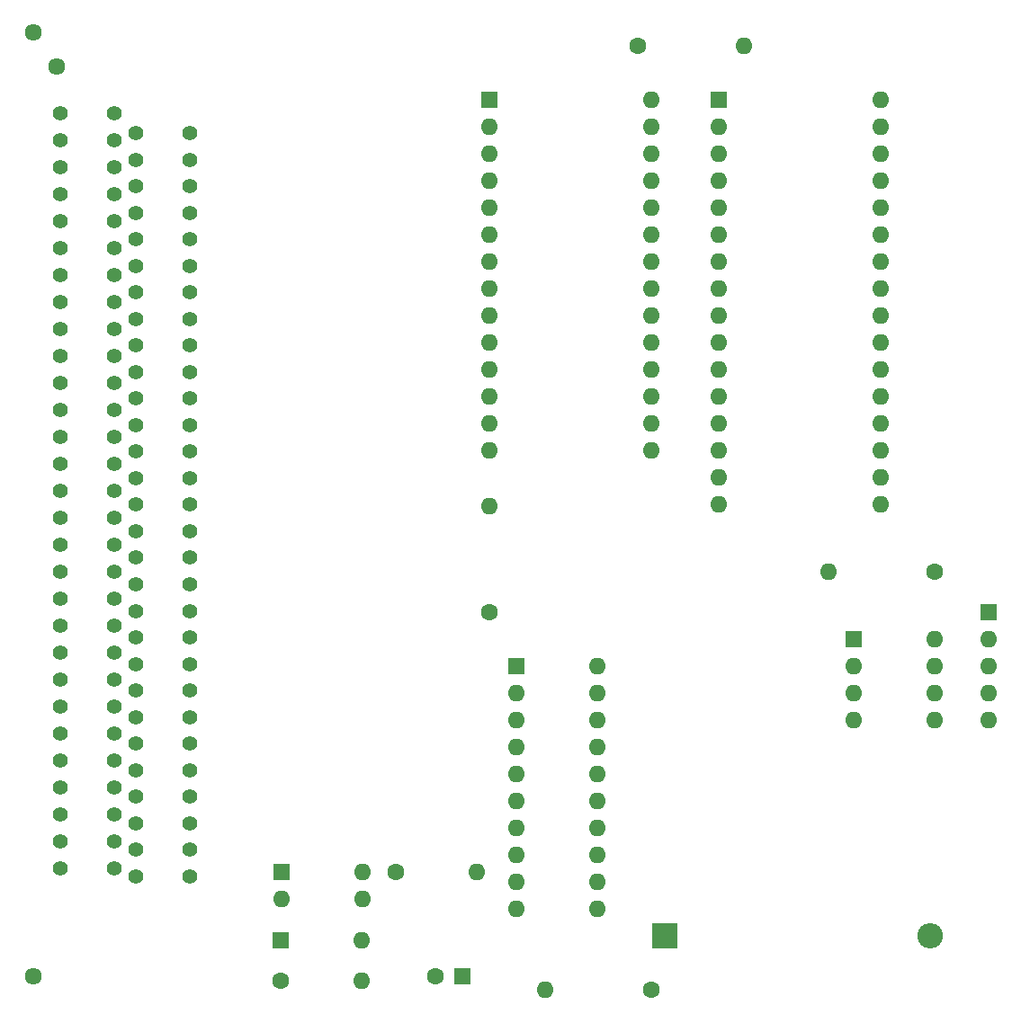
<source format=gbr>
%TF.GenerationSoftware,KiCad,Pcbnew,(5.1.10)-1*%
%TF.CreationDate,2022-01-02T16:59:21+01:00*%
%TF.ProjectId,BasicROM,42617369-6352-44f4-9d2e-6b696361645f,rev?*%
%TF.SameCoordinates,Original*%
%TF.FileFunction,Soldermask,Top*%
%TF.FilePolarity,Negative*%
%FSLAX46Y46*%
G04 Gerber Fmt 4.6, Leading zero omitted, Abs format (unit mm)*
G04 Created by KiCad (PCBNEW (5.1.10)-1) date 2022-01-02 16:59:21*
%MOMM*%
%LPD*%
G01*
G04 APERTURE LIST*
%ADD10O,2.400000X2.400000*%
%ADD11R,2.400000X2.400000*%
%ADD12C,1.400000*%
%ADD13C,1.610000*%
%ADD14O,1.600000X1.600000*%
%ADD15R,1.600000X1.600000*%
%ADD16C,1.600000*%
G04 APERTURE END LIST*
D10*
%TO.C,C6*%
X163430000Y-139700000D03*
D11*
X138430000Y-139700000D03*
%TD*%
D12*
%TO.C,X1*%
X81508600Y-67310000D03*
X88700000Y-134060000D03*
X88700000Y-131560000D03*
X88700000Y-129060000D03*
X88700000Y-126560000D03*
X88700000Y-124060000D03*
X88700000Y-121560000D03*
X88700000Y-119060000D03*
X88700000Y-116560000D03*
X88700000Y-114060000D03*
X88700000Y-111560000D03*
X88700000Y-109060000D03*
X88700000Y-106560000D03*
X88700000Y-104060000D03*
X88700000Y-101560000D03*
X88700000Y-99060000D03*
X88700000Y-96560000D03*
X88700000Y-94060000D03*
X88700000Y-91560000D03*
X88700000Y-89060000D03*
X88700000Y-86560000D03*
X88700000Y-84060000D03*
X88700000Y-81560000D03*
X88700000Y-79060000D03*
X88700000Y-76560000D03*
X88700000Y-74060000D03*
X88700000Y-71560000D03*
X88700000Y-69060000D03*
X88700000Y-66560000D03*
X88700000Y-64060000D03*
X93700000Y-134060000D03*
X93700000Y-131560000D03*
X93700000Y-129060000D03*
X93700000Y-126560000D03*
X93700000Y-124060000D03*
X93700000Y-121560000D03*
X93700000Y-119060000D03*
X93700000Y-116560000D03*
X93700000Y-114060000D03*
X93700000Y-111560000D03*
X93700000Y-109060000D03*
X93700000Y-106560000D03*
X93700000Y-104060000D03*
X93700000Y-101560000D03*
X93700000Y-99060000D03*
X93700000Y-96560000D03*
X93700000Y-94060000D03*
X93700000Y-91560000D03*
X93700000Y-89060000D03*
X93700000Y-86560000D03*
X93700000Y-84060000D03*
X93700000Y-81560000D03*
X93700000Y-79060000D03*
X93700000Y-76560000D03*
X93700000Y-74060000D03*
X93700000Y-71560000D03*
X93700000Y-69060000D03*
X93700000Y-66560000D03*
X93700000Y-64060000D03*
D13*
X81200000Y-57810000D03*
D12*
X86588600Y-133350000D03*
X86588600Y-130810000D03*
X86588600Y-128270000D03*
X86588600Y-125730000D03*
X86588600Y-123190000D03*
X86588600Y-120650000D03*
X86588600Y-118110000D03*
X86588600Y-115570000D03*
X86588600Y-113030000D03*
X86588600Y-110490000D03*
X86588600Y-107950000D03*
X86588600Y-105410000D03*
X86588600Y-102870000D03*
X86588600Y-100330000D03*
X86588600Y-97790000D03*
X86588600Y-95250000D03*
X86588600Y-92710000D03*
X86588600Y-90170000D03*
X86588600Y-87630000D03*
X86588600Y-85090000D03*
X86588600Y-82550000D03*
X86588600Y-80010000D03*
X86588600Y-77470000D03*
X86588600Y-74930000D03*
X86588600Y-72390000D03*
X86588600Y-69850000D03*
X86588600Y-67310000D03*
X86588600Y-64770000D03*
X86588600Y-62230000D03*
X81508600Y-133350000D03*
X81508600Y-130810000D03*
X81508600Y-128270000D03*
X81508600Y-125730000D03*
X81508600Y-123190000D03*
X81508600Y-120650000D03*
X81508600Y-118110000D03*
X81508600Y-115570000D03*
X81508600Y-113030000D03*
X81508600Y-110490000D03*
X81508600Y-107950000D03*
X81508600Y-105410000D03*
X81508600Y-102870000D03*
X81508600Y-100330000D03*
X81508600Y-97790000D03*
X81508600Y-95250000D03*
X81508600Y-92710000D03*
X81508600Y-90170000D03*
X81508600Y-87630000D03*
X81508600Y-85090000D03*
X81508600Y-82550000D03*
X81508600Y-80010000D03*
X81508600Y-77470000D03*
X81508600Y-74930000D03*
X81508600Y-72390000D03*
X81508600Y-69850000D03*
X81508600Y-64770000D03*
X81508600Y-62230000D03*
D13*
X78968600Y-143510000D03*
X78968600Y-54610000D03*
%TD*%
D14*
%TO.C,U2*%
X137160000Y-60960000D03*
X121920000Y-93980000D03*
X137160000Y-63500000D03*
X121920000Y-91440000D03*
X137160000Y-66040000D03*
X121920000Y-88900000D03*
X137160000Y-68580000D03*
X121920000Y-86360000D03*
X137160000Y-71120000D03*
X121920000Y-83820000D03*
X137160000Y-73660000D03*
X121920000Y-81280000D03*
X137160000Y-76200000D03*
X121920000Y-78740000D03*
X137160000Y-78740000D03*
X121920000Y-76200000D03*
X137160000Y-81280000D03*
X121920000Y-73660000D03*
X137160000Y-83820000D03*
X121920000Y-71120000D03*
X137160000Y-86360000D03*
X121920000Y-68580000D03*
X137160000Y-88900000D03*
X121920000Y-66040000D03*
X137160000Y-91440000D03*
X121920000Y-63500000D03*
X137160000Y-93980000D03*
D15*
X121920000Y-60960000D03*
%TD*%
D14*
%TO.C,U4*%
X109964759Y-133690000D03*
X102344759Y-136230000D03*
X109964759Y-136230000D03*
D15*
X102344759Y-133690000D03*
%TD*%
D14*
%TO.C,R2*%
X109914759Y-143890000D03*
D16*
X102294759Y-143890000D03*
%TD*%
D14*
%TO.C,R1*%
X120764759Y-133640000D03*
D16*
X113144759Y-133640000D03*
%TD*%
D14*
%TO.C,D1*%
X109914759Y-140090000D03*
D15*
X102294759Y-140090000D03*
%TD*%
D16*
%TO.C,C5*%
X116880000Y-143510000D03*
D15*
X119380000Y-143510000D03*
%TD*%
D14*
%TO.C,U3*%
X158750000Y-60960000D03*
X143510000Y-99060000D03*
X158750000Y-63500000D03*
X143510000Y-96520000D03*
X158750000Y-66040000D03*
X143510000Y-93980000D03*
X158750000Y-68580000D03*
X143510000Y-91440000D03*
X158750000Y-71120000D03*
X143510000Y-88900000D03*
X158750000Y-73660000D03*
X143510000Y-86360000D03*
X158750000Y-76200000D03*
X143510000Y-83820000D03*
X158750000Y-78740000D03*
X143510000Y-81280000D03*
X158750000Y-81280000D03*
X143510000Y-78740000D03*
X158750000Y-83820000D03*
X143510000Y-76200000D03*
X158750000Y-86360000D03*
X143510000Y-73660000D03*
X158750000Y-88900000D03*
X143510000Y-71120000D03*
X158750000Y-91440000D03*
X143510000Y-68580000D03*
X158750000Y-93980000D03*
X143510000Y-66040000D03*
X158750000Y-96520000D03*
X143510000Y-63500000D03*
X158750000Y-99060000D03*
D15*
X143510000Y-60960000D03*
%TD*%
D14*
%TO.C,U1*%
X132080000Y-114300000D03*
X124460000Y-137160000D03*
X132080000Y-116840000D03*
X124460000Y-134620000D03*
X132080000Y-119380000D03*
X124460000Y-132080000D03*
X132080000Y-121920000D03*
X124460000Y-129540000D03*
X132080000Y-124460000D03*
X124460000Y-127000000D03*
X132080000Y-127000000D03*
X124460000Y-124460000D03*
X132080000Y-129540000D03*
X124460000Y-121920000D03*
X132080000Y-132080000D03*
X124460000Y-119380000D03*
X132080000Y-134620000D03*
X124460000Y-116840000D03*
X132080000Y-137160000D03*
D15*
X124460000Y-114300000D03*
%TD*%
D14*
%TO.C,SW1*%
X163830000Y-111760000D03*
X156210000Y-119380000D03*
X163830000Y-114300000D03*
X156210000Y-116840000D03*
X163830000Y-116840000D03*
X156210000Y-114300000D03*
X163830000Y-119380000D03*
D15*
X156210000Y-111760000D03*
%TD*%
D14*
%TO.C,RN1*%
X168910000Y-119380000D03*
X168910000Y-116840000D03*
X168910000Y-114300000D03*
X168910000Y-111760000D03*
D15*
X168910000Y-109220000D03*
%TD*%
D14*
%TO.C,C4*%
X153830000Y-105410000D03*
D16*
X163830000Y-105410000D03*
%TD*%
D14*
%TO.C,C3*%
X127160000Y-144780000D03*
D16*
X137160000Y-144780000D03*
%TD*%
D14*
%TO.C,C2*%
X145890000Y-55880000D03*
D16*
X135890000Y-55880000D03*
%TD*%
D14*
%TO.C,C1*%
X121920000Y-99220000D03*
D16*
X121920000Y-109220000D03*
%TD*%
M02*

</source>
